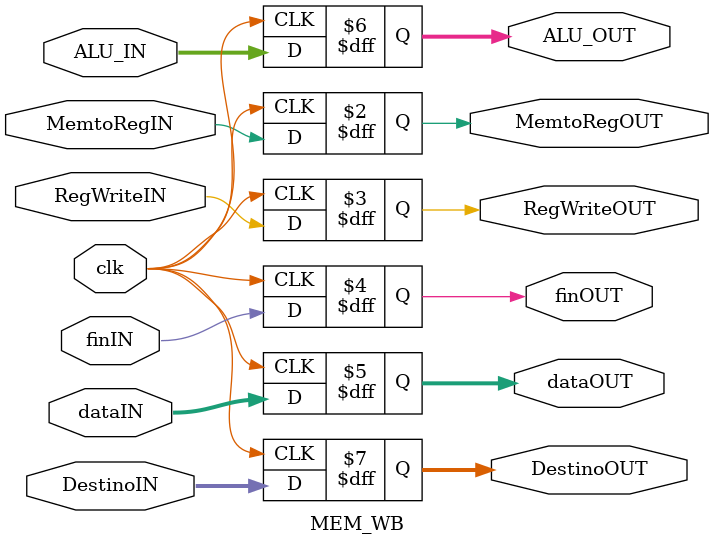
<source format=v>
`timescale 1ns / 1ps
module MEM_WB(
			input clk,
			input MemtoRegIN, RegWriteIN, finIN,
			input [31:0] dataIN, ALU_IN,
			input [4:0] DestinoIN,
			output reg MemtoRegOUT, RegWriteOUT, finOUT,		
			output reg [31:0] dataOUT, ALU_OUT,
			output reg [4:0] DestinoOUT
    );

always @ (posedge clk)
begin
	MemtoRegOUT <= MemtoRegIN;
	RegWriteOUT <= RegWriteIN;
	dataOUT <= dataIN;
	ALU_OUT <= ALU_IN;
	DestinoOUT <= DestinoIN;
	finOUT <= finIN;
end

endmodule

</source>
